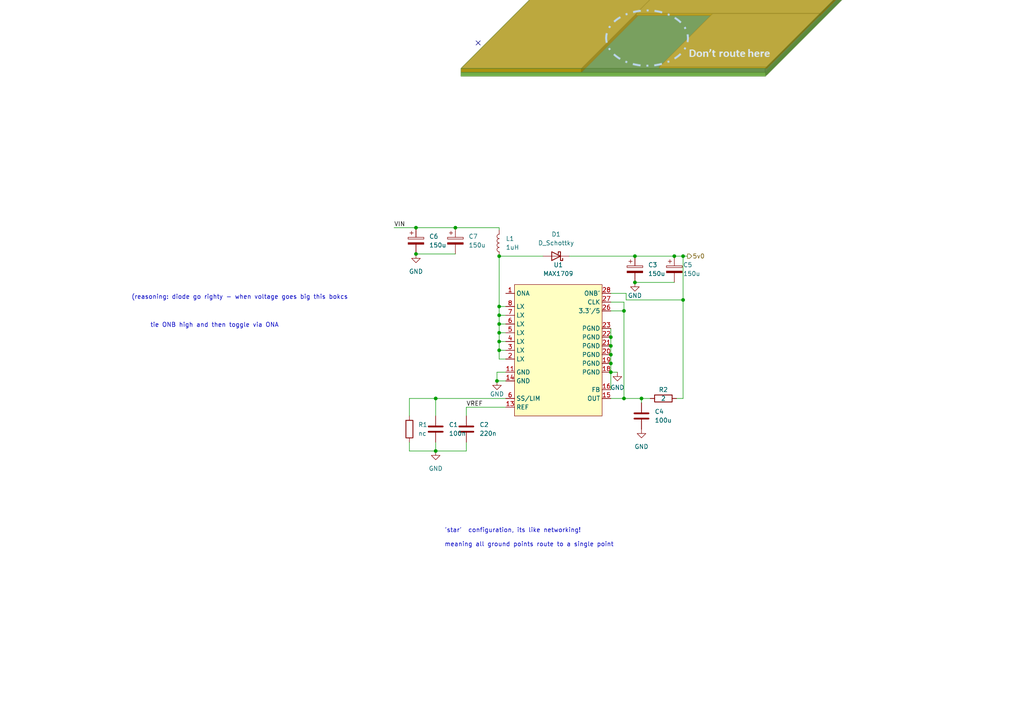
<source format=kicad_sch>
(kicad_sch (version 20210621) (generator eeschema)
  (paper "A4")
  (lib_symbols
    (symbol "Device:C" (pin_numbers hide) (pin_names (offset 0.254))
      (property "Reference" "C" (at 0.635 2.54 0))
      (property "Value" "C" (at 0.635 -2.54 0))
      (symbol "C_0_1"
        (polyline (pts (xy -2.032 -0.762) (xy 2.032 -0.762)) (stroke (width 0.508)))
        (polyline (pts (xy -2.032 0.762) (xy 2.032 0.762)) (stroke (width 0.508)))
      )
      (symbol "C_1_1"
        (pin passive line (at 0 3.81 270) (length 2.794) (name "~") (number "1"))
        (pin passive line (at 0 -3.81 90) (length 2.794) (name "~") (number "2"))
      )
    )
    (symbol "Device:C_Polarized" (pin_numbers hide) (pin_names (offset 0.254))
      (property "Reference" "C" (at 0.635 2.54 0))
      (property "Value" "C_Polarized" (at 0.635 -2.54 0))
      (symbol "C_Polarized_0_1"
        (rectangle (start -2.286 0.508) (end 2.286 1.016))
        (rectangle (start 2.286 -0.508) (end -2.286 -1.016) (fill (type outline)))
        (polyline (pts (xy -1.778 2.286) (xy -0.762 2.286)))
        (polyline (pts (xy -1.27 2.794) (xy -1.27 1.778)))
      )
      (symbol "C_Polarized_1_1"
        (pin passive line (at 0 3.81 270) (length 2.794) (name "~") (number "1"))
        (pin passive line (at 0 -3.81 90) (length 2.794) (name "~") (number "2"))
      )
    )
    (symbol "Device:D_Schottky" (pin_numbers hide) (pin_names (offset 1.016) hide)
      (property "Reference" "D" (at 0 2.54 0))
      (property "Value" "D_Schottky" (at 0 -2.54 0))
      (symbol "D_Schottky_0_1"
        (polyline (pts (xy 1.27 0) (xy -1.27 0)))
        (polyline (pts (xy 1.27 1.27) (xy 1.27 -1.27) (xy -1.27 0) (xy 1.27 1.27)) (stroke (width 0.254)))
        (polyline (pts (xy -1.905 0.635) (xy -1.905 1.27) (xy -1.27 1.27) (xy -1.27 -1.27) (xy -0.635 -1.27) (xy -0.635 -0.635)) (stroke (width 0.254)))
      )
      (symbol "D_Schottky_1_1"
        (pin passive line (at -3.81 0 0) (length 2.54) (name "K") (number "1"))
        (pin passive line (at 3.81 0 180) (length 2.54) (name "A") (number "2"))
      )
    )
    (symbol "Device:L" (pin_numbers hide) (pin_names (offset 1.016) hide)
      (property "Reference" "L" (at -1.27 0 90))
      (property "Value" "L" (at 1.905 0 90))
      (symbol "L_0_1"
        (arc (start 0 -2.54) (end 0 -1.27) (radius (at 0 -1.905) (length 0.635) (angles -89.9 89.9)))
        (arc (start 0 -1.27) (end 0 0) (radius (at 0 -0.635) (length 0.635) (angles -89.9 89.9)))
        (arc (start 0 0) (end 0 1.27) (radius (at 0 0.635) (length 0.635) (angles -89.9 89.9)))
        (arc (start 0 1.27) (end 0 2.54) (radius (at 0 1.905) (length 0.635) (angles -89.9 89.9)))
      )
      (symbol "L_1_1"
        (pin passive line (at 0 3.81 270) (length 1.27) (name "1") (number "1"))
        (pin passive line (at 0 -3.81 90) (length 1.27) (name "2") (number "2"))
      )
    )
    (symbol "Device:R" (pin_numbers hide) (pin_names (offset 0))
      (property "Reference" "R" (at 2.032 0 90))
      (property "Value" "R" (at 0 0 90))
      (symbol "R_0_1"
        (rectangle (start -1.016 -2.54) (end 1.016 2.54) (stroke (width 0.254)))
      )
      (symbol "R_1_1"
        (pin passive line (at 0 3.81 270) (length 1.27) (name "~") (number "1"))
        (pin passive line (at 0 -3.81 90) (length 1.27) (name "~") (number "2"))
      )
    )
    (symbol "New_Library:MAX1709"
      (property "Reference" "U" (at 0 0 0))
      (property "Value" "MAX1709" (at 0 2.54 0))
      (symbol "MAX1709_0_1"
        (rectangle (start -12.7 21.59) (end 12.7 -16.51) (stroke (width 0.1524)) (fill (type background)))
      )
      (symbol "MAX1709_1_1"
        (pin input line (at -15.24 19.05 0) (length 2.54) (name "ONA") (number "1"))
        (pin input line (at -15.24 -3.81 0) (length 2.54) (name "GND") (number "11"))
        (pin input line (at -15.24 -13.97 0) (length 2.54) (name "REF") (number "13"))
        (pin input line (at -15.24 -6.35 0) (length 2.54) (name "GND") (number "14"))
        (pin input line (at 15.24 -11.43 180) (length 2.54) (name "OUT") (number "15"))
        (pin input line (at 15.24 -8.89 180) (length 2.54) (name "FB") (number "16"))
        (pin input line (at 15.24 -3.81 180) (length 2.54) (name "PGND") (number "18"))
        (pin input line (at 15.24 -1.27 180) (length 2.54) (name "PGND") (number "19"))
        (pin input line (at -15.24 0 0) (length 2.54) (name "LX") (number "2"))
        (pin input line (at 15.24 1.27 180) (length 2.54) (name "PGND") (number "20"))
        (pin input line (at 15.24 3.81 180) (length 2.54) (name "PGND") (number "21"))
        (pin input line (at 15.24 6.35 180) (length 2.54) (name "PGND") (number "22"))
        (pin input line (at 15.24 8.89 180) (length 2.54) (name "PGND") (number "23"))
        (pin input line (at 15.24 13.97 180) (length 2.54) (name "3.3'/5") (number "26"))
        (pin input line (at 15.24 16.51 180) (length 2.54) (name "CLK") (number "27"))
        (pin input line (at 15.24 19.05 180) (length 2.54) (name "ONB'") (number "28"))
        (pin input line (at -15.24 2.54 0) (length 2.54) (name "LX") (number "3"))
        (pin input line (at -15.24 5.08 0) (length 2.54) (name "LX") (number "4"))
        (pin input line (at -15.24 7.62 0) (length 2.54) (name "LX") (number "5"))
        (pin input line (at -15.24 10.16 0) (length 2.54) (name "LX") (number "6"))
        (pin input line (at -15.24 -11.43 0) (length 2.54) (name "SS/LIM") (number "6"))
        (pin input line (at -15.24 12.7 0) (length 2.54) (name "LX") (number "7"))
        (pin input line (at -15.24 15.24 0) (length 2.54) (name "LX") (number "8"))
      )
    )
    (symbol "power:GND" (power) (pin_names (offset 0))
      (property "Value" "GND" (at 0 -3.81 0))
      (symbol "GND_0_1"
        (polyline (pts (xy 0 0) (xy 0 -1.27) (xy 1.27 -1.27) (xy 0 -2.54) (xy -1.27 -1.27) (xy 0 -1.27)))
      )
      (symbol "GND_1_1"
        (pin power_in line (at 0 0 270) (length 0) hide (name "GND") (number "1"))
      )
    )
  )
  (junction (at 120.65 66.04))
  (junction (at 120.65 73.66))
  (junction (at 126.365 115.57) (diameter 0.9144))
  (junction (at 126.365 130.81) (diameter 0.9144))
  (junction (at 132.08 66.04))
  (junction (at 144.145 110.49))
  (junction (at 144.78 74.295))
  (junction (at 144.78 88.9))
  (junction (at 144.78 91.44))
  (junction (at 144.78 93.98))
  (junction (at 144.78 96.52))
  (junction (at 144.78 99.06))
  (junction (at 144.78 101.6))
  (junction (at 177.165 97.79))
  (junction (at 177.165 100.33))
  (junction (at 177.165 102.87))
  (junction (at 177.165 105.41))
  (junction (at 177.165 107.95))
  (junction (at 180.975 90.17))
  (junction (at 180.975 115.57))
  (junction (at 184.15 74.295))
  (junction (at 184.15 81.915))
  (junction (at 186.055 115.57))
  (junction (at 195.58 74.295))
  (junction (at 198.12 74.295))
  (junction (at 198.12 86.995))
  (no_connect (at 138.684 12.446))
  (wire (pts (xy 114.3 66.04) (xy 120.65 66.04)))
  (wire (pts (xy 118.745 115.57) (xy 126.365 115.57)))
  (wire (pts (xy 118.745 120.65) (xy 118.745 115.57)))
  (wire (pts (xy 118.745 128.27) (xy 118.745 130.81)))
  (wire (pts (xy 118.745 130.81) (xy 126.365 130.81)))
  (wire (pts (xy 120.65 66.04) (xy 132.08 66.04)))
  (wire (pts (xy 120.65 73.66) (xy 132.08 73.66)))
  (wire (pts (xy 126.365 115.57) (xy 146.685 115.57)))
  (wire (pts (xy 126.365 120.65) (xy 126.365 115.57)))
  (wire (pts (xy 126.365 128.27) (xy 126.365 130.81)))
  (wire (pts (xy 132.08 66.04) (xy 144.78 66.04)))
  (wire (pts (xy 135.255 118.11) (xy 135.255 120.65)))
  (wire (pts (xy 135.255 128.27) (xy 135.255 130.81)))
  (wire (pts (xy 135.255 130.81) (xy 126.365 130.81)))
  (wire (pts (xy 144.145 107.95) (xy 144.145 110.49)))
  (wire (pts (xy 144.145 110.49) (xy 146.685 110.49)))
  (wire (pts (xy 144.78 66.675) (xy 144.78 66.04)))
  (wire (pts (xy 144.78 74.295) (xy 144.78 88.9)))
  (wire (pts (xy 144.78 74.295) (xy 157.48 74.295)))
  (wire (pts (xy 144.78 88.9) (xy 144.78 91.44)))
  (wire (pts (xy 144.78 88.9) (xy 146.685 88.9)))
  (wire (pts (xy 144.78 91.44) (xy 144.78 93.98)))
  (wire (pts (xy 144.78 91.44) (xy 146.685 91.44)))
  (wire (pts (xy 144.78 93.98) (xy 144.78 96.52)))
  (wire (pts (xy 144.78 93.98) (xy 146.685 93.98)))
  (wire (pts (xy 144.78 96.52) (xy 144.78 99.06)))
  (wire (pts (xy 144.78 96.52) (xy 146.685 96.52)))
  (wire (pts (xy 144.78 99.06) (xy 144.78 101.6)))
  (wire (pts (xy 144.78 99.06) (xy 146.685 99.06)))
  (wire (pts (xy 144.78 101.6) (xy 144.78 104.14)))
  (wire (pts (xy 146.685 101.6) (xy 144.78 101.6)))
  (wire (pts (xy 146.685 104.14) (xy 144.78 104.14)))
  (wire (pts (xy 146.685 107.95) (xy 144.145 107.95)))
  (wire (pts (xy 146.685 118.11) (xy 135.255 118.11)))
  (wire (pts (xy 165.1 74.295) (xy 184.15 74.295)))
  (wire (pts (xy 177.165 85.09) (xy 181.61 85.09)))
  (wire (pts (xy 177.165 87.63) (xy 180.975 87.63)))
  (wire (pts (xy 177.165 90.17) (xy 180.975 90.17)))
  (wire (pts (xy 177.165 95.25) (xy 177.165 97.79)))
  (wire (pts (xy 177.165 97.79) (xy 177.165 100.33)))
  (wire (pts (xy 177.165 100.33) (xy 177.165 102.87)))
  (wire (pts (xy 177.165 102.87) (xy 177.165 105.41)))
  (wire (pts (xy 177.165 105.41) (xy 177.165 107.95)))
  (wire (pts (xy 177.165 107.95) (xy 177.165 113.03)))
  (wire (pts (xy 177.165 107.95) (xy 179.07 107.95)))
  (wire (pts (xy 177.165 115.57) (xy 180.975 115.57)))
  (wire (pts (xy 180.975 90.17) (xy 180.975 87.63)))
  (wire (pts (xy 180.975 115.57) (xy 180.975 90.17)))
  (wire (pts (xy 180.975 115.57) (xy 186.055 115.57)))
  (wire (pts (xy 181.61 85.09) (xy 181.61 86.995)))
  (wire (pts (xy 181.61 86.995) (xy 198.12 86.995)))
  (wire (pts (xy 184.15 74.295) (xy 195.58 74.295)))
  (wire (pts (xy 184.15 81.915) (xy 195.58 81.915)))
  (wire (pts (xy 186.055 115.57) (xy 188.595 115.57)))
  (wire (pts (xy 186.055 116.84) (xy 186.055 115.57)))
  (wire (pts (xy 195.58 74.295) (xy 198.12 74.295)))
  (wire (pts (xy 196.215 115.57) (xy 198.12 115.57)))
  (wire (pts (xy 198.12 74.295) (xy 199.39 74.295)))
  (wire (pts (xy 198.12 86.995) (xy 198.12 74.295)))
  (wire (pts (xy 198.12 115.57) (xy 198.12 86.995)))
  (image (at 197.104 1.651) (scale 1.67785))
  (text "(reasoning: diode go righty - when voltage goes big this bokcs\n" (at 38.1 86.995 0) (effects (font (size 1.27 1.27)) (justify left bottom)))
  (text "tie ONB high and then toggle via ONA\n" (at 43.561 95.123 0) (effects (font (size 1.27 1.27)) (justify left bottom)))
  (text "'star'  configuration, its like networking!\n\nmeaning all ground points route to a single point" (at 128.905 158.75 0) (effects (font (size 1.27 1.27)) (justify left bottom)))
  (label "VIN" (at 114.3 66.04 0))
  (label "VREF" (at 135.255 118.11 0))
  (hierarchical_label "5v0" (shape output) (at 199.39 74.295 0))
  (symbol (lib_id "power:GND") (at 120.65 73.66 0) (unit 1)
    (property "Reference" "#PWR06" (effects hide))
    (property "Value" "GND" (at 120.65 78.74 0))
  )
  (symbol (lib_id "power:GND") (at 126.365 130.81 0) (unit 1)
    (property "Reference" "#PWR01" (effects hide))
    (property "Value" "GND" (at 126.365 135.89 0))
  )
  (symbol (lib_id "power:GND") (at 144.145 110.49 0) (unit 1)
    (property "Reference" "#PWR02" (effects hide))
    (property "Value" "GND" (at 144.145 114.3 0))
  )
  (symbol (lib_id "power:GND") (at 179.07 107.95 0) (unit 1)
    (property "Reference" "#PWR07" (effects hide))
    (property "Value" "GND" (at 179.07 112.395 0))
  )
  (symbol (lib_id "power:GND") (at 184.15 81.915 0) (unit 1)
    (property "Reference" "#PWR04" (effects hide))
    (property "Value" "GND" (at 184.15 85.725 0))
  )
  (symbol (lib_id "power:GND") (at 186.055 124.46 0) (unit 1)
    (property "Reference" "#PWR05" (effects hide))
    (property "Value" "GND" (at 186.055 129.54 0))
  )
  (symbol (lib_id "Device:L") (at 144.78 70.485 180) (unit 1)
    (property "Reference" "L1" (at 146.685 69.2149 0) (effects (justify right)))
    (property "Value" "1uH" (at 146.685 71.7549 0) (effects (justify right)))
    (property "Footprint" "Library:VLS5045" (effects hide))
  )
  (symbol (lib_id "Device:R") (at 118.745 124.46 0) (unit 1)
    (property "Reference" "R1" (at 121.285 123.1899 0) (effects (justify left)))
    (property "Value" "nc" (at 121.285 125.7299 0) (effects (justify left)))
    (property "Footprint" "Resistor_SMD:R_1206_3216Metric" (effects hide))
  )
  (symbol (lib_id "Device:R") (at 192.405 115.57 90) (unit 1)
    (property "Reference" "R2" (at 192.405 113.03 90))
    (property "Value" "2" (at 192.405 115.57 90))
    (property "Footprint" "Resistor_SMD:R_1206_3216Metric_Pad1.30x1.75mm_HandSolder" (effects hide))
  )
  (symbol (lib_id "Device:D_Schottky") (at 161.29 74.295 180) (unit 1)
    (property "Reference" "D1" (at 161.29 67.945 0))
    (property "Value" "D_Schottky" (at 161.29 70.485 0))
    (property "Footprint" "Package_TO_SOT_SMD:TO-252-3_TabPin2" (effects hide))
  )
  (symbol (lib_id "Device:C_Polarized") (at 120.65 69.85 0) (unit 1)
    (property "Reference" "C6" (at 124.46 68.5799 0) (effects (justify left)))
    (property "Value" "150u" (at 124.46 71.1199 0) (effects (justify left)))
    (property "Footprint" "Capacitor_Tantalum_SMD:CP_EIA-7343-31_Kemet-D_Pad2.25x2.55mm_HandSolder" (effects hide))
  )
  (symbol (lib_id "Device:C") (at 126.365 124.46 0) (unit 1)
    (property "Reference" "C1" (at 130.175 123.1899 0) (effects (justify left)))
    (property "Value" "100n" (at 130.175 125.7299 0) (effects (justify left)))
    (property "Footprint" "Capacitor_SMD:C_1206_3216Metric_Pad1.33x1.80mm_HandSolder" (effects hide))
  )
  (symbol (lib_id "Device:C_Polarized") (at 132.08 69.85 0) (unit 1)
    (property "Reference" "C7" (at 135.89 68.5799 0) (effects (justify left)))
    (property "Value" "150u" (at 135.89 71.1199 0) (effects (justify left)))
    (property "Footprint" "Capacitor_Tantalum_SMD:CP_EIA-7343-31_Kemet-D_Pad2.25x2.55mm_HandSolder" (effects hide))
  )
  (symbol (lib_id "Device:C") (at 135.255 124.46 0) (unit 1)
    (property "Reference" "C2" (at 139.065 123.1899 0) (effects (justify left)))
    (property "Value" "220n" (at 139.065 125.7299 0) (effects (justify left)))
    (property "Footprint" "Capacitor_SMD:C_1206_3216Metric_Pad1.33x1.80mm_HandSolder" (effects hide))
  )
  (symbol (lib_id "Device:C_Polarized") (at 184.15 78.105 0) (unit 1)
    (property "Reference" "C3" (at 187.96 76.8349 0) (effects (justify left)))
    (property "Value" "150u" (at 187.96 79.3749 0) (effects (justify left)))
    (property "Footprint" "Capacitor_Tantalum_SMD:CP_EIA-7343-15_Kemet-W_Pad2.25x2.55mm_HandSolder" (effects hide))
  )
  (symbol (lib_id "Device:C") (at 186.055 120.65 0) (unit 1)
    (property "Reference" "C4" (at 189.865 119.3799 0) (effects (justify left)))
    (property "Value" "100u" (at 189.865 121.9199 0) (effects (justify left)))
    (property "Footprint" "Capacitor_SMD:C_1206_3216Metric_Pad1.33x1.80mm_HandSolder" (effects hide))
  )
  (symbol (lib_id "Device:C_Polarized") (at 195.58 78.105 0) (unit 1)
    (property "Reference" "C5" (at 198.12 76.8349 0) (effects (justify left)))
    (property "Value" "150u" (at 198.12 79.3749 0) (effects (justify left)))
    (property "Footprint" "Capacitor_Tantalum_SMD:CP_EIA-7343-31_Kemet-D_Pad2.25x2.55mm_HandSolder" (effects hide))
  )
  (symbol (lib_id "New_Library:MAX1709") (at 161.925 104.14 0) (unit 1)
    (property "Reference" "U1" (at 161.925 76.835 0))
    (property "Value" "MAX1709" (at 161.925 79.375 0))
    (property "Footprint" "Package_SO:TSSOP-28-1EP_4.4x9.7mm_P0.65mm_EP2.85x6.7mm" (effects hide))
  )
)
</source>
